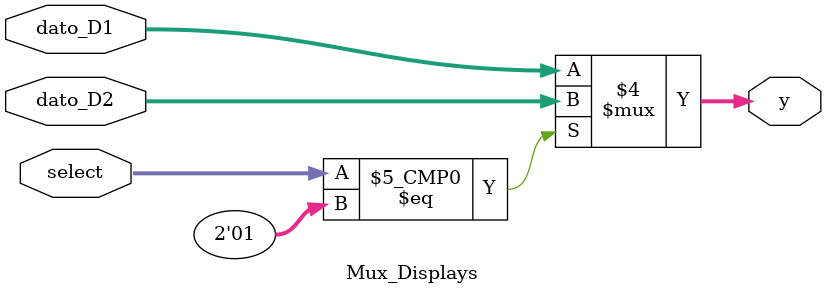
<source format=v>
`timescale 1ns / 1ps

module Mux_Displays(
    input [1:0] select,
    input [3:0] dato_D1,
	 input [3:0] dato_D2,
    output reg [3:0] y
    );
always @*
	begin
		case (select)
			2'b01: y=dato_D2;
			2'b10: y=dato_D1;
			default: y=dato_D1;		
		endcase
end
endmodule

</source>
